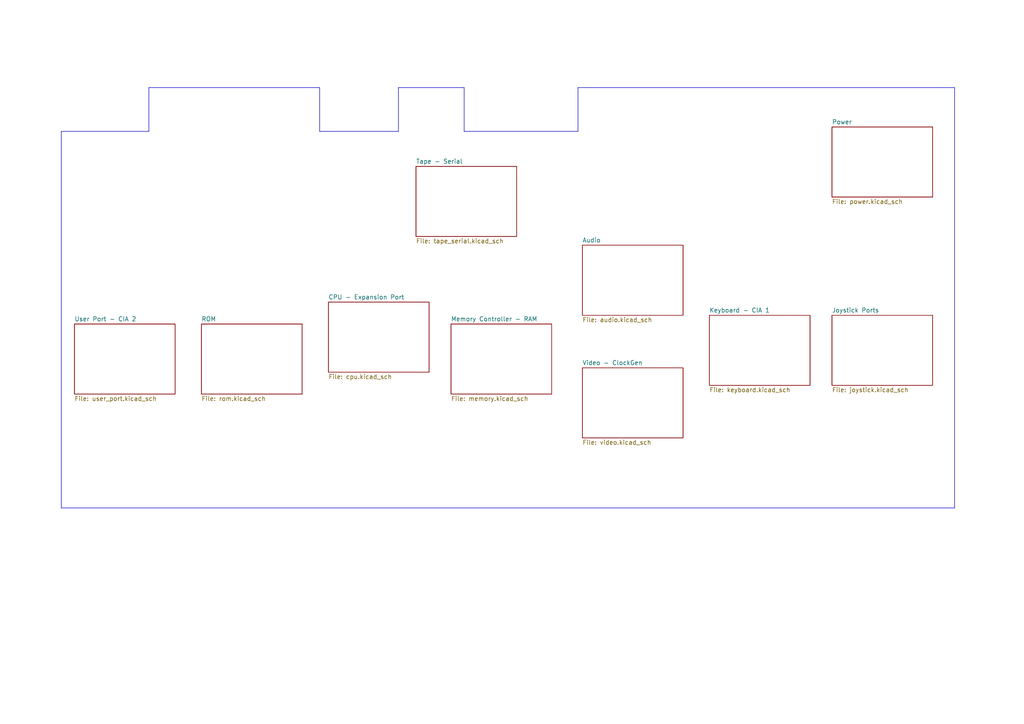
<source format=kicad_sch>
(kicad_sch (version 20230121) (generator eeschema)
  (paper "A4")
  (title_block (title "Commodore C64C - Assy 250469-01 Rev. A") (date "2023-04-02") (rev "2") (company "https://github.com/KicadRetroArchive") (comment 1 "KiCad schematic licensed under CERN-OHL-S") (comment 2 "WARNING: These schematics might contain errors!") (comment 3 "Author: Andrea Cisternino <andrea.cisternino@posteo.net>"))
  (lib_symbols)
  (polyline (pts (xy 134.62 25.4) (xy 115.57 25.4)))
  (polyline (pts (xy 167.64 38.1) (xy 134.62 38.1)))
  (polyline (pts (xy 276.86 25.4) (xy 167.64 25.4)))
  (polyline (pts (xy 115.57 38.1) (xy 92.71 38.1)))
  (polyline (pts (xy 92.71 38.1) (xy 92.71 25.4)))
  (polyline (pts (xy 115.57 25.4) (xy 115.57 38.1)))
  (polyline (pts (xy 276.86 147.32) (xy 276.86 25.4)))
  (polyline (pts (xy 134.62 38.1) (xy 134.62 25.4)))
  (polyline (pts (xy 43.18 38.1) (xy 17.78 38.1)))
  (polyline (pts (xy 43.18 25.4) (xy 43.18 38.1)))
  (polyline (pts (xy 17.78 147.32) (xy 276.86 147.32)))
  (polyline (pts (xy 92.71 25.4) (xy 43.18 25.4)))
  (polyline (pts (xy 167.64 25.4) (xy 167.64 38.1)))
  (polyline (pts (xy 17.78 38.1) (xy 17.78 147.32)))
  (sheet (at 120.65 48.26) (size 29.21 20.32)
    (property "Sheetname" "Tape - Serial" (at 120.65 47.5484 0) (effects (justify left bottom)))
    (property "Sheetfile" "tape_serial.kicad_sch" (at 120.65 69.1646 0) (effects (justify left top)))
  )
  (sheet (at 95.25 87.63) (size 29.21 20.32)
    (property "Sheetname" "CPU - Expansion Port" (at 95.25 86.9184 0) (effects (justify left bottom)))
    (property "Sheetfile" "cpu.kicad_sch" (at 95.25 108.5346 0) (effects (justify left top)))
  )
  (sheet (at 130.81 93.98) (size 29.21 20.32)
    (property "Sheetname" "Memory Controller - RAM" (at 130.81 93.2684 0) (effects (justify left bottom)))
    (property "Sheetfile" "memory.kicad_sch" (at 130.81 114.8846 0) (effects (justify left top)))
  )
  (sheet (at 168.91 106.68) (size 29.21 20.32)
    (property "Sheetname" "Video - ClockGen" (at 168.91 105.9684 0) (effects (justify left bottom)))
    (property "Sheetfile" "video.kicad_sch" (at 168.91 127.5846 0) (effects (justify left top)))
  )
  (sheet (at 205.74 91.44) (size 29.21 20.32)
    (property "Sheetname" "Keyboard - CIA 1" (at 205.74 90.7284 0) (effects (justify left bottom)))
    (property "Sheetfile" "keyboard.kicad_sch" (at 205.74 112.3446 0) (effects (justify left top)))
  )
  (sheet (at 168.91 71.12) (size 29.21 20.32)
    (property "Sheetname" "Audio" (at 168.91 70.4084 0) (effects (justify left bottom)))
    (property "Sheetfile" "audio.kicad_sch" (at 168.91 92.0246 0) (effects (justify left top)))
  )
  (sheet (at 241.3 91.44) (size 29.21 20.32)
    (property "Sheetname" "Joystick Ports" (at 241.3 90.7284 0) (effects (justify left bottom)))
    (property "Sheetfile" "joystick.kicad_sch" (at 241.3 112.3446 0) (effects (justify left top)))
  )
  (sheet (at 241.3 36.83) (size 29.21 20.32)
    (property "Sheetname" "Power" (at 241.3 36.1184 0) (effects (justify left bottom)))
    (property "Sheetfile" "power.kicad_sch" (at 241.3 57.7346 0) (effects (justify left top)))
  )
  (sheet (at 21.59 93.98) (size 29.21 20.32)
    (property "Sheetname" "User Port - CIA 2" (at 21.59 93.2684 0) (effects (justify left bottom)))
    (property "Sheetfile" "user_port.kicad_sch" (at 21.59 114.8846 0) (effects (justify left top)))
  )
  (sheet (at 58.42 93.98) (size 29.21 20.32)
    (property "Sheetname" "ROM" (at 58.42 93.2684 0) (effects (justify left bottom)))
    (property "Sheetfile" "rom.kicad_sch" (at 58.42 114.8846 0) (effects (justify left top)))
  )
)
</source>
